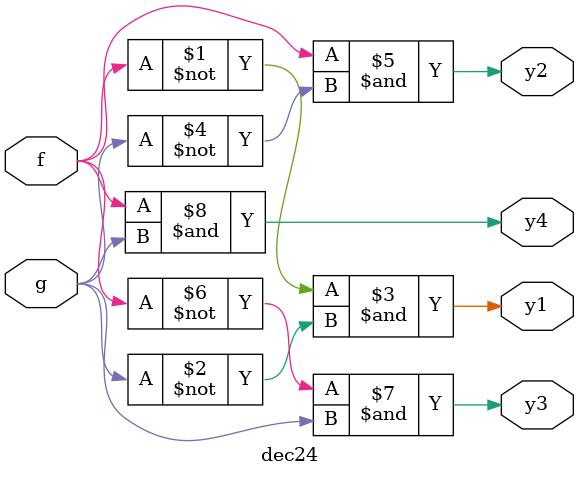
<source format=v>
module mux4x1 (input [3:0]a,b,c,d,input s1,s2,output [3:0]y); //mux dut
assign y=s2?(s1?d:c):(s1?b:a);
endmodule

/********************************************************************************/
module dec24(input f,g,output y1,y2,y3,y4); //decoder dut
assign y1=~f&~g;
assign y2=f&~g;
assign y3=~f&g;
assign y4=f&g;
endmodule

</source>
